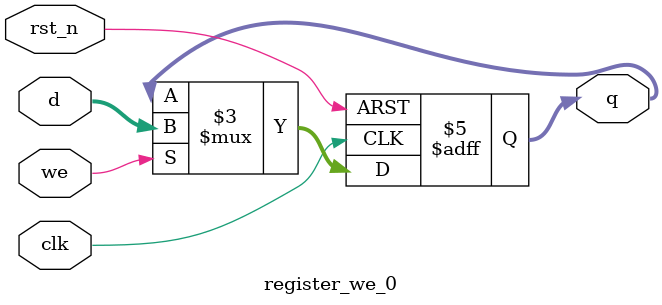
<source format=v>
module register_we_0
(
	input clk,
	input rst_n,
	input we,
	input [7:0] d,
	output reg [7:0] q
);
always @ (posedge clk or negedge rst_n)
	if(~rst_n)
		q <= { 8 { 1'b0 } }; 
	else
		if(we) q <= d; 
endmodule

</source>
